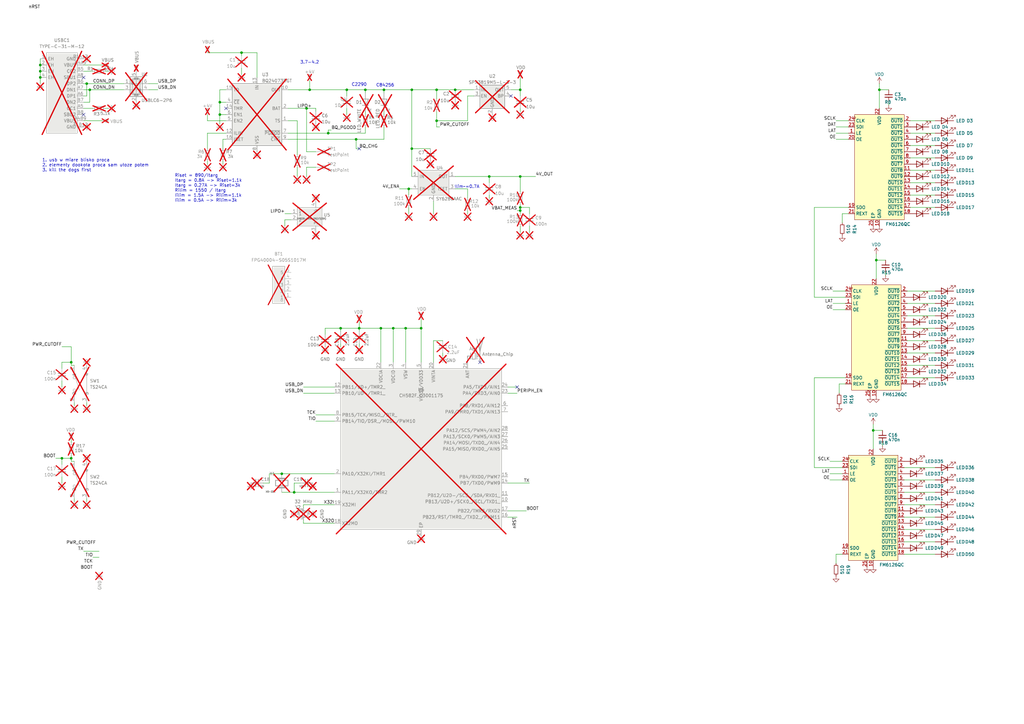
<source format=kicad_sch>
(kicad_sch (version 20250114) (generator "eeschema") (generator_version "9.0")
  (paper "A3")
  (text "C2290" (at 147.32 34.798 0) (effects (font (size 1.27 1.27))))
  (text "Ilim~=0.7A" (at 191.516 76.708 0) (effects (font (size 1.27 1.27))))
  (text "C84256" (at 157.988 35.052 0) (effects (font (size 1.27 1.27))))
  (text "3.7-4.2" (at 127 25.654 0) (effects (font (size 1.27 1.27))))
  (text "1. usb w miare blisko proca\n2. elementy dookoła proca sam ułoze potem\n3. kill the dogs first" (at 17.272 67.818 0) (effects (font (size 1.27 1.27)) (justify left)))
  (text "Riset = 890/Itarg\nItarg = 0.8A -> Riset=1.1k\nItarg = 0.27A -> Riset=3k\nRilim = 1550 / Itarg\nIilim = 1.5A -> Rilim=1.1k\nIilim = 0.5A -> Rilim=3k" (at 71.628 83.058 0) (effects (font (size 1.27 1.27)) (justify left bottom)))
  (junction (at 179.07 49.53))
  (junction (at 146.05 57.15))
  (junction (at 167.64 77.47))
  (junction (at 172.72 134.62))
  (junction (at 99.06 21.59))
  (junction (at 29.21 148.59))
  (junction (at 147.32 134.62))
  (junction (at 358.14 176.53))
  (junction (at 35.56 34.29))
  (junction (at 179.07 36.83))
  (junction (at 16.51 29.21))
  (junction (at 134.62 54.61))
  (junction (at 29.21 187.96))
  (junction (at 16.51 31.75))
  (junction (at 16.51 26.67))
  (junction (at 213.36 85.09))
  (junction (at 213.36 72.39))
  (junction (at 166.37 134.62))
  (junction (at 142.24 36.83))
  (junction (at 213.36 86.36))
  (junction (at 25.4 187.96))
  (junction (at 127 36.83))
  (junction (at 90.17 46.99))
  (junction (at 149.86 36.83))
  (junction (at 200.66 72.39))
  (junction (at 125.73 44.45))
  (junction (at 139.7 134.62))
  (junction (at 115.57 194.31))
  (junction (at 90.17 41.91))
  (junction (at 168.91 36.83))
  (junction (at 360.68 36.83))
  (junction (at 157.48 36.83))
  (junction (at 156.21 134.62))
  (junction (at 213.36 36.83))
  (junction (at 161.29 134.62))
  (junction (at 359.41 106.68))
  (junction (at 36.83 36.83))
  (junction (at 186.69 36.83))
  (junction (at 120.65 201.93))
  (junction (at 168.91 60.96))
  (no_connect (at 196.85 148.59))
  (no_connect (at 147.32 60.96))
  (no_connect (at 34.29 31.75))
  (no_connect (at 34.29 46.99))
  (no_connect (at 92.71 44.45))
  (no_connect (at 209.55 39.37))
  (no_connect (at 212.09 158.75))
  (wire (pts (xy 370.84 201.93) (xy 383.54 201.93)))
  (wire (pts (xy 147.32 134.62) (xy 139.7 134.62)))
  (wire (pts (xy 161.29 134.62) (xy 156.21 134.62)))
  (wire (pts (xy 194.31 39.37) (xy 191.77 39.37)))
  (wire (pts (xy 191.77 86.36) (xy 191.77 87.63)))
  (wire (pts (xy 118.11 54.61) (xy 134.62 54.61)))
  (wire (pts (xy 179.07 45.72) (xy 179.07 49.53)))
  (wire (pts (xy 125.73 68.58) (xy 125.73 72.39)))
  (wire (pts (xy 92.71 57.15) (xy 91.44 57.15)))
  (wire (pts (xy 30.48 189.23) (xy 29.21 189.23)))
  (wire (pts (xy 179.07 49.53) (xy 191.77 49.53)))
  (wire (pts (xy 91.44 66.04) (xy 91.44 67.31)))
  (wire (pts (xy 186.69 36.83) (xy 194.31 36.83)))
  (wire (pts (xy 161.29 134.62) (xy 161.29 148.59)))
  (wire (pts (xy 135.89 53.34) (xy 134.62 53.34)))
  (wire (pts (xy 110.49 194.31) (xy 115.57 194.31)))
  (wire (pts (xy 64.77 36.83) (xy 60.96 36.83)))
  (wire (pts (xy 340.36 189.23) (xy 345.44 189.23)))
  (wire (pts (xy 344.17 157.48) (xy 344.17 161.29)))
  (wire (pts (xy 360.68 36.83) (xy 364.49 36.83)))
  (wire (pts (xy 99.06 21.59) (xy 105.41 21.59)))
  (wire (pts (xy 383.54 49.53) (xy 373.38 49.53)))
  (wire (pts (xy 383.54 69.85) (xy 373.38 69.85)))
  (wire (pts (xy 212.09 158.75) (xy 208.28 158.75)))
  (wire (pts (xy 180.34 52.07) (xy 179.07 52.07)))
  (wire (pts (xy 342.9 49.53) (xy 347.98 49.53)))
  (wire (pts (xy 213.36 85.09) (xy 213.36 86.36)))
  (wire (pts (xy 359.41 106.68) (xy 363.22 106.68)))
  (wire (pts (xy 127 36.83) (xy 142.24 36.83)))
  (wire (pts (xy 383.54 85.09) (xy 373.38 85.09)))
  (wire (pts (xy 217.17 87.63) (xy 217.17 85.09)))
  (wire (pts (xy 334.01 191.77) (xy 345.44 191.77)))
  (wire (pts (xy 133.35 134.62) (xy 139.7 134.62)))
  (wire (pts (xy 142.24 39.37) (xy 142.24 36.83)))
  (wire (pts (xy 157.48 36.83) (xy 157.48 38.1)))
  (wire (pts (xy 200.66 80.01) (xy 200.66 81.28)))
  (wire (pts (xy 334.01 154.94) (xy 334.01 191.77)))
  (wire (pts (xy 110.49 198.12) (xy 110.49 194.31)))
  (wire (pts (xy 118.11 57.15) (xy 146.05 57.15)))
  (wire (pts (xy 186.69 77.47) (xy 191.77 77.47)))
  (wire (pts (xy 166.37 134.62) (xy 161.29 134.62)))
  (wire (pts (xy 340.36 194.31) (xy 345.44 194.31)))
  (wire (pts (xy 213.36 86.36) (xy 213.36 87.63)))
  (wire (pts (xy 127 33.02) (xy 127 36.83)))
  (wire (pts (xy 383.54 64.77) (xy 373.38 64.77)))
  (wire (pts (xy 383.54 59.69) (xy 373.38 59.69)))
  (wire (pts (xy 105.41 21.59) (xy 105.41 31.75)))
  (wire (pts (xy 157.48 46.99) (xy 157.48 45.72)))
  (wire (pts (xy 213.36 36.83) (xy 213.36 31.75)))
  (wire (pts (xy 147.32 134.62) (xy 147.32 135.89)))
  (wire (pts (xy 346.71 157.48) (xy 344.17 157.48)))
  (wire (pts (xy 200.66 72.39) (xy 213.36 72.39)))
  (wire (pts (xy 217.17 198.12) (xy 208.28 198.12)))
  (wire (pts (xy 383.54 119.38) (xy 372.11 119.38)))
  (wire (pts (xy 147.32 132.08) (xy 147.32 134.62)))
  (wire (pts (xy 342.9 57.15) (xy 347.98 57.15)))
  (wire (pts (xy 213.36 92.71) (xy 213.36 95.25)))
  (wire (pts (xy 166.37 134.62) (xy 166.37 148.59)))
  (wire (pts (xy 34.29 226.06) (xy 40.64 226.06)))
  (wire (pts (xy 134.62 54.61) (xy 149.86 54.61)))
  (wire (pts (xy 372.11 134.62) (xy 383.54 134.62)))
  (wire (pts (xy 213.36 83.82) (xy 213.36 85.09)))
  (wire (pts (xy 364.49 41.91) (xy 364.49 43.18)))
  (wire (pts (xy 29.21 186.69) (xy 29.21 187.96)))
  (wire (pts (xy 99.06 21.59) (xy 85.09 21.59)))
  (wire (pts (xy 334.01 121.92) (xy 346.71 121.92)))
  (wire (pts (xy 370.84 212.09) (xy 383.54 212.09)))
  (wire (pts (xy 346.71 154.94) (xy 334.01 154.94)))
  (wire (pts (xy 30.48 165.1) (xy 30.48 166.37)))
  (wire (pts (xy 121.92 49.53) (xy 121.92 63.5)))
  (wire (pts (xy 44.45 29.21) (xy 43.18 29.21)))
  (wire (pts (xy 30.48 204.47) (xy 30.48 205.74)))
  (wire (pts (xy 35.56 165.1) (xy 35.56 166.37)))
  (wire (pts (xy 29.21 142.24) (xy 29.21 148.59)))
  (wire (pts (xy 149.86 52.07) (xy 149.86 54.61)))
  (wire (pts (xy 340.36 196.85) (xy 345.44 196.85)))
  (wire (pts (xy 383.54 54.61) (xy 373.38 54.61)))
  (wire (pts (xy 92.71 41.91) (xy 90.17 41.91)))
  (wire (pts (xy 370.84 227.33) (xy 383.54 227.33)))
  (wire (pts (xy 44.45 44.45) (xy 43.18 44.45)))
  (wire (pts (xy 129.54 62.23) (xy 125.73 62.23)))
  (wire (pts (xy 177.8 139.7) (xy 177.8 148.59)))
  (wire (pts (xy 29.21 180.34) (xy 29.21 181.61)))
  (wire (pts (xy 341.63 124.46) (xy 346.71 124.46)))
  (wire (pts (xy 124.46 158.75) (xy 137.16 158.75)))
  (wire (pts (xy 341.63 119.38) (xy 346.71 119.38)))
  (wire (pts (xy 342.9 227.33) (xy 342.9 231.14)))
  (wire (pts (xy 147.32 60.96) (xy 146.05 60.96)))
  (wire (pts (xy 370.84 217.17) (xy 383.54 217.17)))
  (wire (pts (xy 85.09 54.61) (xy 85.09 60.96)))
  (wire (pts (xy 92.71 36.83) (xy 90.17 36.83)))
  (wire (pts (xy 149.86 46.99) (xy 149.86 45.72)))
  (wire (pts (xy 157.48 36.83) (xy 168.91 36.83)))
  (wire (pts (xy 137.16 170.18) (xy 129.54 170.18)))
  (wire (pts (xy 64.77 34.29) (xy 60.96 34.29)))
  (wire (pts (xy 120.65 201.93) (xy 137.16 201.93)))
  (wire (pts (xy 90.17 36.83) (xy 90.17 41.91)))
  (wire (pts (xy 191.77 77.47) (xy 191.77 81.28)))
  (wire (pts (xy 116.84 90.17) (xy 119.38 90.17)))
  (wire (pts (xy 115.57 194.31) (xy 137.16 194.31)))
  (wire (pts (xy 134.62 53.34) (xy 134.62 54.61)))
  (wire (pts (xy 16.51 29.21) (xy 16.51 31.75)))
  (wire (pts (xy 360.68 36.83) (xy 360.68 44.45)))
  (wire (pts (xy 36.83 36.83) (xy 50.8 36.83)))
  (wire (pts (xy 34.29 36.83) (xy 36.83 36.83)))
  (wire (pts (xy 34.29 49.53) (xy 41.91 49.53)))
  (wire (pts (xy 177.8 82.55) (xy 177.8 87.63)))
  (wire (pts (xy 179.07 36.83) (xy 179.07 40.64)))
  (wire (pts (xy 91.44 57.15) (xy 91.44 60.96)))
  (wire (pts (xy 168.91 36.83) (xy 179.07 36.83)))
  (wire (pts (xy 370.84 222.25) (xy 383.54 222.25)))
  (wire (pts (xy 157.48 52.07) (xy 157.48 57.15)))
  (wire (pts (xy 147.32 140.97) (xy 147.32 142.24)))
  (wire (pts (xy 124.46 207.01) (xy 137.16 207.01)))
  (wire (pts (xy 342.9 54.61) (xy 347.98 54.61)))
  (wire (pts (xy 99.06 30.48) (xy 99.06 27.94)))
  (wire (pts (xy 25.4 187.96) (xy 25.4 190.5)))
  (wire (pts (xy 172.72 130.81) (xy 172.72 134.62)))
  (wire (pts (xy 29.21 189.23) (xy 29.21 187.96)))
  (wire (pts (xy 25.4 195.58) (xy 25.4 198.12)))
  (wire (pts (xy 172.72 134.62) (xy 172.72 148.59)))
  (wire (pts (xy 120.65 198.12) (xy 120.65 201.93)))
  (wire (pts (xy 370.84 191.77) (xy 383.54 191.77)))
  (wire (pts (xy 110.49 198.12) (xy 107.95 198.12)))
  (wire (pts (xy 16.51 26.67) (xy 16.51 29.21)))
  (wire (pts (xy 360.68 34.29) (xy 360.68 36.83)))
  (wire (pts (xy 213.36 72.39) (xy 213.36 78.74)))
  (wire (pts (xy 99.06 22.86) (xy 99.06 21.59)))
  (wire (pts (xy 372.11 139.7) (xy 383.54 139.7)))
  (wire (pts (xy 137.16 172.72) (xy 129.54 172.72)))
  (wire (pts (xy 370.84 207.01) (xy 383.54 207.01)))
  (wire (pts (xy 359.41 106.68) (xy 359.41 114.3)))
  (wire (pts (xy 29.21 149.86) (xy 29.21 148.59)))
  (wire (pts (xy 217.17 92.71) (xy 217.17 95.25)))
  (wire (pts (xy 118.11 49.53) (xy 121.92 49.53)))
  (wire (pts (xy 36.83 41.91) (xy 34.29 41.91)))
  (wire (pts (xy 157.48 36.83) (xy 149.86 36.83)))
  (wire (pts (xy 163.83 77.47) (xy 167.64 77.47)))
  (wire (pts (xy 179.07 52.07) (xy 179.07 49.53)))
  (wire (pts (xy 212.09 212.09) (xy 208.28 212.09)))
  (wire (pts (xy 383.54 80.01) (xy 373.38 80.01)))
  (wire (pts (xy 147.32 134.62) (xy 156.21 134.62)))
  (wire (pts (xy 36.83 36.83) (xy 36.83 41.91)))
  (wire (pts (xy 120.65 198.12) (xy 123.19 198.12)))
  (wire (pts (xy 115.57 201.93) (xy 120.65 201.93)))
  (wire (pts (xy 34.29 29.21) (xy 38.1 29.21)))
  (wire (pts (xy 142.24 46.99) (xy 142.24 44.45)))
  (wire (pts (xy 92.71 49.53) (xy 85.09 49.53)))
  (wire (pts (xy 121.92 68.58) (xy 121.92 72.39)))
  (wire (pts (xy 191.77 49.53) (xy 191.77 39.37)))
  (wire (pts (xy 215.9 209.55) (xy 208.28 209.55)))
  (wire (pts (xy 35.56 34.29) (xy 35.56 39.37)))
  (wire (pts (xy 35.56 204.47) (xy 35.56 205.74)))
  (wire (pts (xy 219.71 72.39) (xy 213.36 72.39)))
  (wire (pts (xy 129.54 68.58) (xy 125.73 68.58)))
  (wire (pts (xy 92.71 54.61) (xy 85.09 54.61)))
  (wire (pts (xy 149.86 36.83) (xy 149.86 38.1)))
  (wire (pts (xy 167.64 85.09) (xy 167.64 87.63)))
  (wire (pts (xy 38.1 228.6) (xy 40.64 228.6)))
  (wire (pts (xy 118.11 44.45) (xy 125.73 44.45)))
  (wire (pts (xy 34.29 39.37) (xy 35.56 39.37)))
  (wire (pts (xy 213.36 36.83) (xy 213.36 39.37)))
  (wire (pts (xy 25.4 148.59) (xy 25.4 151.13)))
  (wire (pts (xy 34.29 26.67) (xy 41.91 26.67)))
  (wire (pts (xy 167.64 77.47) (xy 168.91 77.47)))
  (wire (pts (xy 118.11 36.83) (xy 127 36.83)))
  (wire (pts (xy 347.98 85.09) (xy 334.01 85.09)))
  (wire (pts (xy 372.11 154.94) (xy 383.54 154.94)))
  (wire (pts (xy 116.84 92.71) (xy 116.84 90.17)))
  (wire (pts (xy 133.35 137.16) (xy 133.35 134.62)))
  (wire (pts (xy 142.24 36.83) (xy 149.86 36.83)))
  (wire (pts (xy 217.17 85.09) (xy 213.36 85.09)))
  (wire (pts (xy 166.37 134.62) (xy 172.72 134.62)))
  (wire (pts (xy 16.51 24.13) (xy 16.51 26.67)))
  (wire (pts (xy 146.05 57.15) (xy 157.48 57.15)))
  (wire (pts (xy 30.48 149.86) (xy 29.21 149.86)))
  (wire (pts (xy 213.36 44.45) (xy 213.36 45.72)))
  (wire (pts (xy 116.84 87.63) (xy 119.38 87.63)))
  (wire (pts (xy 34.29 44.45) (xy 38.1 44.45)))
  (wire (pts (xy 124.46 208.28) (xy 124.46 207.01)))
  (wire (pts (xy 139.7 134.62) (xy 139.7 135.89)))
  (wire (pts (xy 212.09 161.29) (xy 208.28 161.29)))
  (wire (pts (xy 25.4 156.21) (xy 25.4 158.75)))
  (wire (pts (xy 90.17 46.99) (xy 90.17 50.8)))
  (wire (pts (xy 92.71 46.99) (xy 90.17 46.99)))
  (wire (pts (xy 181.61 146.05) (xy 181.61 144.78)))
  (wire (pts (xy 124.46 161.29) (xy 137.16 161.29)))
  (wire (pts (xy 358.14 176.53) (xy 361.95 176.53)))
  (wire (pts (xy 358.14 173.99) (xy 358.14 176.53)))
  (wire (pts (xy 34.29 34.29) (xy 35.56 34.29)))
  (wire (pts (xy 383.54 74.93) (xy 373.38 74.93)))
  (wire (pts (xy 370.84 196.85) (xy 383.54 196.85)))
  (wire (pts (xy 168.91 36.83) (xy 168.91 60.96)))
  (wire (pts (xy 167.64 77.47) (xy 167.64 80.01)))
  (wire (pts (xy 125.73 44.45) (xy 125.73 62.23)))
  (wire (pts (xy 179.07 36.83) (xy 186.69 36.83)))
  (wire (pts (xy 181.61 139.7) (xy 177.8 139.7)))
  (wire (pts (xy 334.01 85.09) (xy 334.01 121.92)))
  (wire (pts (xy 25.4 142.24) (xy 29.21 142.24)))
  (wire (pts (xy 209.55 36.83) (xy 213.36 36.83)))
  (wire (pts (xy 200.66 72.39) (xy 200.66 74.93)))
  (wire (pts (xy 345.44 87.63) (xy 345.44 91.44)))
  (wire (pts (xy 168.91 72.39) (xy 168.91 60.96)))
  (wire (pts (xy 90.17 41.91) (xy 90.17 46.99)))
  (wire (pts (xy 345.44 227.33) (xy 342.9 227.33)))
  (wire (pts (xy 129.54 45.72) (xy 129.54 44.45)))
  (wire (pts (xy 137.16 214.63) (xy 124.46 214.63)))
  (wire (pts (xy 25.4 187.96) (xy 22.86 187.96)))
  (wire (pts (xy 29.21 148.59) (xy 25.4 148.59)))
  (wire (pts (xy 212.09 86.36) (xy 213.36 86.36)))
  (wire (pts (xy 156.21 134.62) (xy 156.21 148.59)))
  (wire (pts (xy 342.9 52.07) (xy 347.98 52.07)))
  (wire (pts (xy 146.05 57.15) (xy 146.05 60.96)))
  (wire (pts (xy 124.46 214.63) (xy 124.46 213.36)))
  (wire (pts (xy 139.7 140.97) (xy 139.7 142.24)))
  (wire (pts (xy 16.51 31.75) (xy 16.51 34.29)))
  (wire (pts (xy 359.41 104.14) (xy 359.41 106.68)))
  (wire (pts (xy 372.11 149.86) (xy 383.54 149.86)))
  (wire (pts (xy 372.11 144.78) (xy 383.54 144.78)))
  (wire (pts (xy 186.69 72.39) (xy 200.66 72.39)))
  (wire (pts (xy 347.98 87.63) (xy 345.44 87.63)))
  (wire (pts (xy 363.22 111.76) (xy 363.22 113.03)))
  (wire (pts (xy 358.14 176.53) (xy 358.14 184.15)))
  (wire (pts (xy 372.11 129.54) (xy 383.54 129.54)))
  (wire (pts (xy 85.09 49.53) (xy 85.09 46.99)))
  (wire (pts (xy 361.95 181.61) (xy 361.95 182.88)))
  (wire (pts (xy 35.56 34.29) (xy 50.8 34.29)))
  (wire (pts (xy 85.09 66.04) (xy 85.09 67.31)))
  (wire (pts (xy 129.54 44.45) (xy 125.73 44.45)))
  (wire (pts (xy 341.63 127) (xy 346.71 127)))
  (wire (pts (xy 29.21 187.96) (xy 25.4 187.96)))
  (wire (pts (xy 383.54 124.46) (xy 372.11 124.46)))
  (wire (pts (xy 168.91 60.96) (xy 176.53 60.96)))
  (label "BQ_CHG" (at 147.32 60.96 0))
  (label "VBAT_MEAS" (at 212.09 86.36 180))
  (label "LAT" (at 342.9 54.61 180))
  (label "X32O" (at 137.16 214.63 180))
  (label "SCLK" (at 340.36 189.23 180))
  (label "USB_DN" (at 124.46 161.29 180))
  (label "4V_ENA" (at 163.83 77.47 180))
  (label "BOOT" (at 215.9 209.55 0))
  (label "CONN_DN" (at 38.1 36.83 0))
  (label "PWR_CUTOFF" (at 39.37 223.52 180))
  (label "OE" (at 340.36 196.85 180))
  (label "nRST" (at 212.09 212.09 270))
  (label "BQ_PGOOD" (at 135.89 53.34 0))
  (label "PWR_CUTOFF" (at 25.4 142.24 180))
  (label "X32I" (at 137.16 207.01 180))
  (label "SCLK" (at 341.63 119.38 180))
  (label "TCK" (at 38.1 231.14 180))
  (label "PERIPH_EN" (at 212.09 161.29 0))
  (label "TX" (at 217.17 198.12 180))
  (label "LAT" (at 340.36 194.31 180))
  (label "CONN_DP" (at 38.1 34.29 0))
  (label "4V_OUT" (at 219.71 72.39 0))
  (label "USB_DP" (at 64.77 34.29 0))
  (label "OE" (at 342.9 57.15 180))
  (label "USB_DN" (at 64.77 36.83 0))
  (label "LIPO+" (at 121.8655 44.45 0))
  (label "BOOT" (at 38.1 233.68 180))
  (label "LIPO+" (at 116.84 87.63 180))
  (label "DAT" (at 342.9 52.07 180))
  (label "PWR_CUTOFF" (at 180.34 52.07 0))
  (label "TCK" (at 129.54 170.18 180))
  (label "OE" (at 341.63 127 180))
  (label "TIO" (at 38.1 228.6 180))
  (label "LAT" (at 341.63 124.46 180))
  (label "TIO" (at 129.54 172.72 180))
  (label "nRST" (at 16.51 3.81 180))
  (label "USB_DP" (at 124.46 158.75 180))
  (label "TX" (at 34.29 226.06 180))
  (label "SCLK" (at 342.9 49.53 180))
  (label "BOOT" (at 22.86 187.96 180))
  (symbol (lib_name "LED_1") (lib_id "Device:LED") (at 374.65 189.23 180) (unit 1)
    (property "Reference" "D35" (at 385.064 189.23 0))
    (property "Value" "LED" (at 381.254 189.23 0))
    (property "Footprint" "LED_SMD:LED_0402_1005Metric" (effects (hide yes)))
    (property "Description" "Light emitting diode" (effects (hide yes)))
    (property "Sim.Pins" "1=K 2=A" (effects (hide yes)))
  )
  (symbol (lib_id "power:GND") (at 34.29 24.13 90) (unit 1) (exclude_from_sim yes) (in_bom no) (on_board no) (dnp yes)
    (property "Reference" "#PWR02" (effects (hide yes)))
    (property "Value" "GND" (effects (hide yes)))
  )
  (symbol (lib_name "LED_1") (lib_id "Device:LED") (at 387.35 64.77 180) (unit 1)
    (property "Reference" "D9" (at 397.764 64.77 0))
    (property "Value" "LED" (at 393.954 64.77 0))
    (property "Footprint" "LED_SMD:LED_0402_1005Metric" (effects (hide yes)))
    (property "Description" "Light emitting diode" (effects (hide yes)))
    (property "Sim.Pins" "1=K 2=A" (effects (hide yes)))
  )
  (symbol (lib_id "Power_Protection:USBLC6-2P6") (at 55.88 34.29 0) (unit 1) (exclude_from_sim yes) (in_bom no) (on_board no) (dnp yes)
    (property "Reference" "U1" (at 57.912 30.48 0) (effects (justify left)))
    (property "Value" "USBLC6-2P6" (at 57.912 41.148 0) (effects (justify left)))
    (property "Footprint" "Package_TO_SOT_SMD:SOT-666" (effects (hide yes)))
    (property "Datasheet" "https://www.st.com/resource/en/datasheet/usblc6-2.pdf" (effects (hide yes)))
    (property "Description" "Very low capacitance ESD protection diode, 2 data-line, SOT-666" (effects (hide yes)))
    (property "LCSC" "C2827693" (effects (hide yes)))
  )
  (symbol (lib_name "LED_1") (lib_id "Device:LED") (at 387.35 80.01 180) (unit 1)
    (property "Reference" "D15" (at 397.764 80.01 0))
    (property "Value" "LED" (at 393.954 80.01 0))
    (property "Footprint" "LED_SMD:LED_0402_1005Metric" (effects (hide yes)))
    (property "Description" "Light emitting diode" (effects (hide yes)))
    (property "Sim.Pins" "1=K 2=A" (effects (hide yes)))
  )
  (symbol (lib_name "LED_1") (lib_id "Device:LED") (at 387.35 129.54 180) (unit 1)
    (property "Reference" "D23" (at 397.764 129.54 0))
    (property "Value" "LED" (at 393.954 129.54 0))
    (property "Footprint" "LED_SMD:LED_0402_1005Metric" (effects (hide yes)))
    (property "Description" "Light emitting diode" (effects (hide yes)))
    (property "Sim.Pins" "1=K 2=A" (effects (hide yes)))
  )
  (symbol (lib_name "LED_1") (lib_id "Device:LED") (at 375.92 157.48 180) (unit 1)
    (property "Reference" "D34" (at 386.334 157.48 0))
    (property "Value" "LED" (at 382.524 157.48 0))
    (property "Footprint" "LED_SMD:LED_0402_1005Metric" (effects (hide yes)))
    (property "Description" "Light emitting diode" (effects (hide yes)))
    (property "Sim.Pins" "1=K 2=A" (effects (hide yes)))
  )
  (symbol (lib_name "LED_1") (lib_id "Device:LED") (at 375.92 152.4 180) (unit 1)
    (property "Reference" "D32" (at 386.334 152.4 0))
    (property "Value" "LED" (at 382.524 152.4 0))
    (property "Footprint" "LED_SMD:LED_0402_1005Metric" (effects (hide yes)))
    (property "Description" "Light emitting diode" (effects (hide yes)))
    (property "Sim.Pins" "1=K 2=A" (effects (hide yes)))
  )
  (symbol (lib_id "Device:C_Small") (at 99.06 25.4 0) (mirror y) (unit 1) (exclude_from_sim yes) (in_bom no) (on_board no) (dnp yes)
    (property "Reference" "C1" (at 96.7359 24.5716 0) (effects (justify left)))
    (property "Value" "10u" (at 96.7359 27.1085 0) (effects (justify left)))
    (property "Footprint" "Capacitor_SMD:C_0603_1608Metric" (effects (hide yes)))
    (property "LCSC" "C96446" (effects (hide yes)))
  )
  (symbol (lib_name "LED_1") (lib_id "Device:LED") (at 374.65 214.63 180) (unit 1)
    (property "Reference" "D45" (at 385.064 214.63 0))
    (property "Value" "LED" (at 381.254 214.63 0))
    (property "Footprint" "LED_SMD:LED_0402_1005Metric" (effects (hide yes)))
    (property "Description" "Light emitting diode" (effects (hide yes)))
    (property "Sim.Pins" "1=K 2=A" (effects (hide yes)))
  )
  (symbol (lib_id "power:GND") (at 358.14 232.41 0) (unit 1)
    (property "Reference" "#PWR070" (effects (hide yes)))
    (property "Value" "GND" (effects (hide yes)))
  )
  (symbol (lib_name "LED_1") (lib_id "Device:LED") (at 387.35 212.09 180) (unit 1)
    (property "Reference" "D44" (at 397.764 212.09 0))
    (property "Value" "LED" (at 393.954 212.09 0))
    (property "Footprint" "LED_SMD:LED_0402_1005Metric" (effects (hide yes)))
    (property "Description" "Light emitting diode" (effects (hide yes)))
    (property "Sim.Pins" "1=K 2=A" (effects (hide yes)))
  )
  (symbol (lib_id "Project_Symbols:FM6126QC") (at 359.41 133.35 0) (unit 1)
    (property "Reference" "R15" (at 361.5533 111.76 0) (effects (justify left)))
    (property "Value" "FM6126QC" (at 361.95 161.798 0) (effects (justify left)))
    (property "Footprint" "easyeda2kicad:TQFN-24_L4.0-W4.0-P0.50-BL-EP2.6" (effects (hide yes)))
    (property "LCSC Part" "C2844290" (effects (hide yes)))
  )
  (symbol (lib_name "LED_1") (lib_id "Device:LED") (at 377.19 87.63 180) (unit 1)
    (property "Reference" "D18" (at 387.604 87.63 0))
    (property "Value" "LED" (at 383.794 87.63 0))
    (property "Footprint" "LED_SMD:LED_0402_1005Metric" (effects (hide yes)))
    (property "Description" "Light emitting diode" (effects (hide yes)))
    (property "Sim.Pins" "1=K 2=A" (effects (hide yes)))
  )
  (symbol (lib_id "power:GND") (at 133.35 142.24 0) (mirror y) (unit 1) (exclude_from_sim yes) (in_bom no) (on_board no) (dnp yes)
    (property "Reference" "#PWR045" (effects (hide yes)))
    (property "Value" "GND" (at 133.35 147.32 0))
    (property "Description" "Power symbol creates a global label with name \"GND\" , ground" (effects (hide yes)))
  )
  (symbol (lib_id "power:VBUS") (at 41.91 49.53 270) (unit 1) (exclude_from_sim yes) (in_bom no) (on_board no) (dnp yes)
    (property "Reference" "#PWR019" (effects (hide yes)))
    (property "Value" "VBUS" (at 47.752 49.784 90))
  )
  (symbol (lib_id "power:GND") (at 35.56 205.74 0) (mirror y) (unit 1) (exclude_from_sim yes) (in_bom no) (on_board no) (dnp yes)
    (property "Reference" "#PWR064" (effects (hide yes)))
    (property "Value" "GND" (effects (hide yes)))
  )
  (symbol (lib_name "LED_1") (lib_id "Device:LED") (at 387.35 54.61 180) (unit 1)
    (property "Reference" "D5" (at 397.764 54.61 0))
    (property "Value" "LED" (at 393.954 54.61 0))
    (property "Footprint" "LED_SMD:LED_0402_1005Metric" (effects (hide yes)))
    (property "Description" "Light emitting diode" (effects (hide yes)))
    (property "Sim.Pins" "1=K 2=A" (effects (hide yes)))
  )
  (symbol (lib_id "power:GND") (at 25.4 198.12 0) (mirror y) (unit 1) (exclude_from_sim yes) (in_bom no) (on_board no) (dnp yes)
    (property "Reference" "#PWR060" (effects (hide yes)))
    (property "Value" "GND" (effects (hide yes)))
  )
  (symbol (lib_name "LED_1") (lib_id "Device:LED") (at 387.35 124.46 180) (unit 1)
    (property "Reference" "D21" (at 397.764 124.46 0))
    (property "Value" "LED" (at 393.954 124.46 0))
    (property "Footprint" "LED_SMD:LED_0402_1005Metric" (effects (hide yes)))
    (property "Description" "Light emitting diode" (effects (hide yes)))
    (property "Sim.Pins" "1=K 2=A" (effects (hide yes)))
  )
  (symbol (lib_name "LED_1") (lib_id "Device:LED") (at 387.35 222.25 180) (unit 1)
    (property "Reference" "D48" (at 397.764 222.25 0))
    (property "Value" "LED" (at 393.954 222.25 0))
    (property "Footprint" "LED_SMD:LED_0402_1005Metric" (effects (hide yes)))
    (property "Description" "Light emitting diode" (effects (hide yes)))
    (property "Sim.Pins" "1=K 2=A" (effects (hide yes)))
  )
  (symbol (lib_id "power:GND") (at 121.92 210.82 270) (unit 1) (exclude_from_sim yes) (in_bom no) (on_board no) (dnp yes)
    (property "Reference" "#PWR065" (effects (hide yes)))
    (property "Value" "GND" (at 116.84 210.82 0))
    (property "Description" "Power symbol creates a global label with name \"GND\" , ground" (effects (hide yes)))
  )
  (symbol (lib_id "Device:C_Small") (at 363.22 109.22 0) (unit 1)
    (property "Reference" "C10" (at 365.5441 108.5826 0) (effects (justify left)))
    (property "Value" "470n" (at 365.5441 110.5036 0) (effects (justify left)))
    (property "Footprint" "Capacitor_SMD:C_1206_3216Metric" (effects (hide yes)))
    (property "LCSC" "C52923" (effects (hide yes)))
  )
  (symbol (lib_id "power:GND") (at 25.4 158.75 0) (mirror y) (unit 1) (exclude_from_sim yes) (in_bom no) (on_board no) (dnp yes)
    (property "Reference" "#PWR050" (effects (hide yes)))
    (property "Value" "GND" (effects (hide yes)))
  )
  (symbol (lib_name "LED_1") (lib_id "Device:LED") (at 375.92 132.08 180) (unit 1)
    (property "Reference" "D24" (at 386.334 132.08 0))
    (property "Value" "LED" (at 382.524 132.08 0))
    (property "Footprint" "LED_SMD:LED_0402_1005Metric" (effects (hide yes)))
    (property "Description" "Light emitting diode" (effects (hide yes)))
    (property "Sim.Pins" "1=K 2=A" (effects (hide yes)))
  )
  (symbol (lib_id "Device:R_Small") (at 40.64 44.45 90) (unit 1) (exclude_from_sim yes) (in_bom no) (on_board no) (dnp yes)
    (property "Reference" "R3" (at 39.624 46.736 90))
    (property "Value" "5.1k" (at 43.18 46.482 90))
    (property "Footprint" "Resistor_SMD:R_0402_1005Metric" (effects (hide yes)))
    (property "LCSC" "C25905" (effects (hide yes)))
  )
  (symbol (lib_id "Device:Crystal") (at 115.57 198.12 270) (unit 1) (exclude_from_sim yes) (in_bom no) (on_board no) (dnp yes)
    (property "Reference" "Y1" (at 111.76 194.31 90))
    (property "Value" "XO-32K" (at 110.998 201.676 90) (effects (font (size 0.65 0.65))))
    (property "Footprint" "Crystal:Crystal_SMD_2012-2Pin_2.0x1.2mm" (effects (hide yes)))
    (property "Description" "Two pin crystal" (effects (hide yes)))
    (property "LCSC" "C7500573" (effects (hide yes)))
  )
  (symbol (lib_id "Device:R_Small") (at 213.36 81.28 180) (unit 1) (exclude_from_sim yes) (in_bom no) (on_board no) (dnp yes)
    (property "Reference" "R10" (at 210.82 80.01 0))
    (property "Value" "100k" (at 210.185 81.915 0))
    (property "Footprint" "Resistor_SMD:R_0402_1005Metric" (effects (hide yes)))
    (property "LCSC" "C25741" (effects (hide yes)))
  )
  (symbol (lib_id "power:GND") (at 191.77 87.63 0) (mirror y) (unit 1) (exclude_from_sim yes) (in_bom no) (on_board no) (dnp yes)
    (property "Reference" "#PWR033" (effects (hide yes)))
    (property "Value" "GND" (effects (hide yes)))
  )
  (symbol (lib_id "easyeda2kicad:CH582F_C3001175") (at 172.72 184.15 0) (unit 1) (exclude_from_sim yes) (in_bom no) (on_board no) (dnp yes)
    (property "Reference" "U6" (at 172.72 159.8125 0))
    (property "Value" "CH582F_C3001175" (at 172.72 162.2368 0))
    (property "Footprint" "easyeda2kicad:QFN-28_L4.0-W4.0-P0.40-BL-EP2.8" (effects (hide yes)))
    (property "LCSC" "C3001175" (effects (hide yes)))
  )
  (symbol (lib_id "easyeda2kicad:SM02B-GHS-TB(LF)(SN)") (at 124.46 90.17 0) (unit 1) (exclude_from_sim yes) (in_bom no) (on_board no) (dnp yes)
    (property "Reference" "U5" (at 132.715 88.1865 0) (effects (justify left)))
    (property "Value" "SM02B-GHS-TB(LF)(SN)" (at 121.666 89.662 0) (effects (font (size 0.65 0.65)) (justify left)))
    (property "Footprint" "easyeda2kicad:CONN-SMD_SM02B-GHS-TB-LF-SN" (effects (hide yes)))
    (property "Datasheet" "https://lcsc.com/product-detail/Connectors_JST-Sales-America_SM02B-GHS-TB-LF-SN_JST-Sales-America-SM02B-GHS-TB-LF-SN_C189893.html" (effects (hide yes)))
    (property "LCSC" "C189893" (effects (hide yes)))
  )
  (symbol (lib_id "Device:R_Small") (at 85.09 63.5 180) (unit 1) (exclude_from_sim yes) (in_bom no) (on_board no) (dnp yes)
    (property "Reference" "R6" (at 82.55 62.23 0))
    (property "Value" "3k" (at 81.915 64.135 0))
    (property "Footprint" "Resistor_SMD:R_0402_1005Metric" (effects (hide yes)))
    (property "LCSC" "C25890" (effects (hide yes)))
  )
  (symbol (lib_name "LED_1") (lib_id "Device:LED") (at 387.35 217.17 180) (unit 1)
    (property "Reference" "D46" (at 397.764 217.17 0))
    (property "Value" "LED" (at 393.954 217.17 0))
    (property "Footprint" "LED_SMD:LED_0402_1005Metric" (effects (hide yes)))
    (property "Description" "Light emitting diode" (effects (hide yes)))
    (property "Sim.Pins" "1=K 2=A" (effects (hide yes)))
  )
  (symbol (lib_id "Device:R_Small") (at 345.44 93.98 0) (unit 1)
    (property "Reference" "R14" (at 350.52 93.98 90))
    (property "Value" "510" (at 347.98 93.98 90))
    (property "Footprint" "Resistor_SMD:R_1206_3216Metric" (effects (hide yes)))
    (property "LCSC" "C25123" (effects (hide yes)))
  )
  (symbol (lib_id "power:GND") (at 167.64 87.63 0) (mirror y) (unit 1) (exclude_from_sim yes) (in_bom no) (on_board no) (dnp yes)
    (property "Reference" "#PWR031" (effects (hide yes)))
    (property "Value" "GND" (effects (hide yes)))
  )
  (symbol (lib_id "Device:C_Small") (at 25.4 153.67 0) (mirror y) (unit 1) (exclude_from_sim yes) (in_bom no) (on_board no) (dnp yes)
    (property "Reference" "C15" (at 23.0759 152.8416 0) (effects (justify left)))
    (property "Value" "100n" (at 23.0759 155.3785 0) (effects (justify left)))
    (property "Footprint" "Capacitor_SMD:C_0402_1005Metric" (effects (hide yes)))
  )
  (symbol (lib_id "Device:C_Small") (at 147.32 138.43 0) (mirror y) (unit 1) (exclude_from_sim yes) (in_bom no) (on_board no) (dnp yes)
    (property "Reference" "C12" (at 145.796 142.24 90) (effects (justify left)))
    (property "Value" "2.2uF" (at 150.368 141.986 90) (effects (justify left)))
    (property "Footprint" "Capacitor_SMD:C_0402_1005Metric" (effects (hide yes)))
    (property "Description" "10v 2.2uF" (effects (hide yes)))
  )
  (symbol (lib_id "power:GND") (at 16.51 34.29 0) (unit 1) (exclude_from_sim yes) (in_bom no) (on_board no) (dnp yes)
    (property "Reference" "#PWR09" (effects (hide yes)))
    (property "Value" "GND" (effects (hide yes)))
  )
  (symbol (lib_id "Device:R_Small") (at 40.64 29.21 90) (mirror x) (unit 1) (exclude_from_sim yes) (in_bom no) (on_board no) (dnp yes)
    (property "Reference" "R1" (at 37.084 28.194 90))
    (property "Value" "5.1k" (at 44.704 28.194 90))
    (property "Footprint" "Resistor_SMD:R_0402_1005Metric" (effects (hide yes)))
    (property "LCSC" "C25905" (effects (hide yes)))
  )
  (symbol (lib_id "Device:Antenna_Chip") (at 194.31 146.05 0) (unit 1) (exclude_from_sim yes) (in_bom no) (on_board no) (dnp yes)
    (property "Reference" "AE1" (at 196.088 143.002 0) (effects (justify right)))
    (property "Value" "Antenna_Chip" (at 210.566 145.288 0) (effects (justify right)))
    (property "Footprint" "RF_Antenna:Johanson_2450AT18x100" (effects (hide yes)))
    (property "Description" "Ceramic chip antenna with pin for PCB trace" (effects (hide yes)))
    (property "LCSC" "C127629" (effects (hide yes)))
  )
  (symbol (lib_id "power:GND") (at 44.45 44.45 90) (mirror x) (unit 1) (exclude_from_sim yes) (in_bom no) (on_board no) (dnp yes)
    (property "Reference" "#PWR014" (effects (hide yes)))
    (property "Value" "GND" (effects (hide yes)))
  )
  (symbol (lib_id "Device:C_Small") (at 139.7 138.43 0) (mirror y) (unit 1) (exclude_from_sim yes) (in_bom no) (on_board no) (dnp yes)
    (property "Reference" "C11" (at 138.176 142.24 90) (effects (justify left)))
    (property "Value" "2.2uF" (at 142.494 141.986 90) (effects (justify left)))
    (property "Footprint" "Capacitor_SMD:C_0402_1005Metric" (effects (hide yes)))
    (property "Description" "10v 2.2uF" (effects (hide yes)))
  )
  (symbol (lib_id "power:GND") (at 359.41 162.56 0) (unit 1)
    (property "Reference" "#PWR052" (effects (hide yes)))
    (property "Value" "GND" (effects (hide yes)))
  )
  (symbol (lib_name "LED_1") (lib_id "Device:LED") (at 387.35 196.85 180) (unit 1)
    (property "Reference" "D38" (at 397.764 196.85 0))
    (property "Value" "LED" (at 393.954 196.85 0))
    (property "Footprint" "LED_SMD:LED_0402_1005Metric" (effects (hide yes)))
    (property "Description" "Light emitting diode" (effects (hide yes)))
    (property "Sim.Pins" "1=K 2=A" (effects (hide yes)))
  )
  (symbol (lib_id "Device:R_Small") (at 167.64 82.55 180) (unit 1) (exclude_from_sim yes) (in_bom no) (on_board no) (dnp yes)
    (property "Reference" "R11" (at 163.83 81.28 0))
    (property "Value" "100k" (at 163.83 83.566 0))
    (property "Footprint" "Resistor_SMD:R_0402_1005Metric" (effects (hide yes)))
    (property "LCSC" "C25741" (effects (hide yes)))
  )
  (symbol (lib_id "power:VDD") (at 359.41 104.14 0) (unit 1)
    (property "Reference" "#PWR041" (effects (hide yes)))
    (property "Value" "VDD" (at 359.41 100.33 0))
  )
  (symbol (lib_id "power:GND") (at 35.56 166.37 0) (mirror y) (unit 1) (exclude_from_sim yes) (in_bom no) (on_board no) (dnp yes)
    (property "Reference" "#PWR054" (effects (hide yes)))
    (property "Value" "GND" (effects (hide yes)))
  )
  (symbol (lib_id "power:GND") (at 213.36 45.72 0) (unit 1) (exclude_from_sim yes) (in_bom no) (on_board no) (dnp yes)
    (property "Reference" "#PWR015" (effects (hide yes)))
    (property "Value" "GND" (effects (hide yes)))
  )
  (symbol (lib_name "LED_1") (lib_id "Device:LED") (at 387.35 59.69 180) (unit 1)
    (property "Reference" "D7" (at 397.764 59.69 0))
    (property "Value" "LED" (at 393.954 59.69 0))
    (property "Footprint" "LED_SMD:LED_0402_1005Metric" (effects (hide yes)))
    (property "Description" "Light emitting diode" (effects (hide yes)))
    (property "Sim.Pins" "1=K 2=A" (effects (hide yes)))
  )
  (symbol (lib_id "Battery_Management:BQ24073RGT") (at 105.41 46.99 0) (unit 1) (exclude_from_sim yes) (in_bom no) (on_board no) (dnp yes)
    (property "Reference" "U3" (at 107.4294 30.5902 0) (effects (justify left)))
    (property "Value" "BQ24073RGT" (at 107.4294 33.1271 0) (effects (justify left)))
    (property "Footprint" "Package_DFN_QFN:VQFN-16-1EP_3x3mm_P0.5mm_EP1.6x1.6mm_ThermalVias" (effects (hide yes)))
    (property "Datasheet" "http://www.ti.com/lit/ds/symlink/bq24073.pdf" (effects (hide yes)))
    (property "LCSC" "C15220" (effects (hide yes)))
  )
  (symbol (lib_id "Device:C_Small") (at 361.95 179.07 0) (unit 1)
    (property "Reference" "C16" (at 364.2741 178.4326 0) (effects (justify left)))
    (property "Value" "470n" (at 364.2741 180.3536 0) (effects (justify left)))
    (property "Footprint" "Capacitor_SMD:C_1206_3216Metric" (effects (hide yes)))
    (property "LCSC" "C52923" (effects (hide yes)))
  )
  (symbol (lib_name "LED_1") (lib_id "Device:LED") (at 387.35 139.7 180) (unit 1)
    (property "Reference" "D27" (at 397.764 139.7 0))
    (property "Value" "LED" (at 393.954 139.7 0))
    (property "Footprint" "LED_SMD:LED_0402_1005Metric" (effects (hide yes)))
    (property "Description" "Light emitting diode" (effects (hide yes)))
    (property "Sim.Pins" "1=K 2=A" (effects (hide yes)))
  )
  (symbol (lib_id "Device:C_Small") (at 181.61 142.24 0) (mirror x) (unit 1) (exclude_from_sim yes) (in_bom no) (on_board no) (dnp yes)
    (property "Reference" "C14" (at 183.642 142.24 0) (effects (justify left)))
    (property "Value" "2.2uF" (at 183.134 144.526 0) (effects (justify left)))
    (property "Footprint" "Capacitor_SMD:C_0402_1005Metric" (effects (hide yes)))
    (property "Description" "10v 2.2uF" (effects (hide yes)))
  )
  (symbol (lib_id "power:GND") (at 121.92 72.39 0) (unit 1) (exclude_from_sim yes) (in_bom no) (on_board no) (dnp yes)
    (property "Reference" "#PWR027" (effects (hide yes)))
    (property "Value" "GND" (effects (hide yes)))
  )
  (symbol (lib_name "LED_1") (lib_id "Device:LED") (at 375.92 147.32 180) (unit 1)
    (property "Reference" "D30" (at 386.334 147.32 0))
    (property "Value" "LED" (at 382.524 147.32 0))
    (property "Footprint" "LED_SMD:LED_0402_1005Metric" (effects (hide yes)))
    (property "Description" "Light emitting diode" (effects (hide yes)))
    (property "Sim.Pins" "1=K 2=A" (effects (hide yes)))
  )
  (symbol (lib_id "power:GND") (at 44.45 29.21 90) (unit 1) (exclude_from_sim yes) (in_bom no) (on_board no) (dnp yes)
    (property "Reference" "#PWR04" (effects (hide yes)))
    (property "Value" "GND" (effects (hide yes)))
  )
  (symbol (lib_name "LED_1") (lib_id "Device:LED") (at 374.65 224.79 180) (unit 1)
    (property "Reference" "D49" (at 385.064 224.79 0))
    (property "Value" "LED" (at 381.254 224.79 0))
    (property "Footprint" "LED_SMD:LED_0402_1005Metric" (effects (hide yes)))
    (property "Description" "Light emitting diode" (effects (hide yes)))
    (property "Sim.Pins" "1=K 2=A" (effects (hide yes)))
  )
  (symbol (lib_name "LED_1") (lib_id "Device:LED") (at 374.65 204.47 180) (unit 1)
    (property "Reference" "D41" (at 385.064 204.47 0))
    (property "Value" "LED" (at 381.254 204.47 0))
    (property "Footprint" "LED_SMD:LED_0402_1005Metric" (effects (hide yes)))
    (property "Description" "Light emitting diode" (effects (hide yes)))
    (property "Sim.Pins" "1=K 2=A" (effects (hide yes)))
  )
  (symbol (lib_id "easyeda2kicad:SY6280AAC") (at 177.8 74.93 0) (unit 1) (exclude_from_sim yes) (in_bom no) (on_board no) (dnp yes)
    (property "Reference" "U4" (at 180.34 68.834 0))
    (property "Value" "SY6280AAC" (at 184.15 81.534 0))
    (property "Footprint" "easyeda2kicad:SOT-23-5_L3.0-W1.7-P0.95-LS2.8-BL" (effects (hide yes)))
    (property "Datasheet" "https://lcsc.com/product-detail/PMIC-Power-Distribution-Switches_Silergy_SY6280AAC_SY6280AAC_C55136.html" (effects (hide yes)))
    (property "LCSC" "C55136" (effects (hide yes)))
  )
  (symbol (lib_id "Device:C_Small") (at 142.24 41.91 0) (mirror y) (unit 1) (exclude_from_sim yes) (in_bom no) (on_board no) (dnp yes)
    (property "Reference" "C4" (at 142.24 40.64 0) (effects (justify left)))
    (property "Value" "10u" (at 140.97 43.18 0) (effects (justify left)))
    (property "Footprint" "Capacitor_SMD:C_0603_1608Metric" (effects (hide yes)))
    (property "LCSC" "C96446" (effects (hide yes)))
  )
  (symbol (lib_id "Device:R_Small") (at 121.92 66.04 0) (mirror x) (unit 1) (exclude_from_sim yes) (in_bom no) (on_board no) (dnp yes)
    (property "Reference" "R9" (at 124.46 64.77 0))
    (property "Value" "10k" (at 125.095 66.675 0))
    (property "Footprint" "Resistor_SMD:R_0402_1005Metric" (effects (hide yes)))
    (property "LCSC" "C25744" (effects (hide yes)))
  )
  (symbol (lib_id "power:VBUS") (at 85.09 21.59 0) (unit 1) (exclude_from_sim yes) (in_bom no) (on_board no) (dnp yes)
    (property "Reference" "#PWR01" (effects (hide yes)))
    (property "Value" "VBUS" (at 85.471 17.1958 0))
  )
  (symbol (lib_name "LED_1") (lib_id "Device:LED") (at 387.35 154.94 180) (unit 1)
    (property "Reference" "D33" (at 397.764 154.94 0))
    (property "Value" "LED" (at 393.954 154.94 0))
    (property "Footprint" "LED_SMD:LED_0402_1005Metric" (effects (hide yes)))
    (property "Description" "Light emitting diode" (effects (hide yes)))
    (property "Sim.Pins" "1=K 2=A" (effects (hide yes)))
  )
  (symbol (lib_id "Device:R_Small") (at 157.48 49.53 0) (mirror x) (unit 1) (exclude_from_sim yes) (in_bom no) (on_board no) (dnp yes)
    (property "Reference" "R5" (at 160.02 48.26 0))
    (property "Value" "10k" (at 160.655 50.165 0))
    (property "Footprint" "Resistor_SMD:R_0402_1005Metric" (effects (hide yes)))
    (property "LCSC" "C25744" (effects (hide yes)))
  )
  (symbol (lib_name "LED_1") (lib_id "Device:LED") (at 387.35 227.33 180) (unit 1)
    (property "Reference" "D50" (at 397.764 227.33 0))
    (property "Value" "LED" (at 393.954 227.33 0))
    (property "Footprint" "LED_SMD:LED_0402_1005Metric" (effects (hide yes)))
    (property "Description" "Light emitting diode" (effects (hide yes)))
    (property "Sim.Pins" "1=K 2=A" (effects (hide yes)))
  )
  (symbol (lib_id "power:VBUS") (at 41.91 26.67 270) (unit 1) (exclude_from_sim yes) (in_bom no) (on_board no) (dnp yes)
    (property "Reference" "#PWR03" (effects (hide yes)))
    (property "Value" "VBUS" (at 44.196 24.638 90))
  )
  (symbol (lib_id "power:GND") (at 147.32 142.24 0) (mirror y) (unit 1) (exclude_from_sim yes) (in_bom no) (on_board no) (dnp yes)
    (property "Reference" "#PWR047" (effects (hide yes)))
    (property "Value" "GND" (at 147.32 147.32 0))
    (property "Description" "Power symbol creates a global label with name \"GND\" , ground" (effects (hide yes)))
  )
  (symbol (lib_id "power:VDD") (at 213.36 31.75 0) (unit 1) (exclude_from_sim yes) (in_bom no) (on_board no) (dnp yes)
    (property "Reference" "#PWR07" (effects (hide yes)))
    (property "Value" "VDD" (at 213.614 27.686 0))
    (property "Description" "Power symbol creates a global label with name \"VDD\"" (effects (hide yes)))
  )
  (symbol (lib_name "LED_1") (lib_id "Device:LED") (at 374.65 194.31 180) (unit 1)
    (property "Reference" "D37" (at 385.064 194.31 0))
    (property "Value" "LED" (at 381.254 194.31 0))
    (property "Footprint" "LED_SMD:LED_0402_1005Metric" (effects (hide yes)))
    (property "Description" "Light emitting diode" (effects (hide yes)))
    (property "Sim.Pins" "1=K 2=A" (effects (hide yes)))
  )
  (symbol (lib_id "Device:LED") (at 149.86 41.91 90) (unit 1) (exclude_from_sim yes) (in_bom no) (on_board no) (dnp yes)
    (property "Reference" "D1" (at 148.59 41.91 90) (effects (justify left)))
    (property "Value" "LED_WHITE" (at 147.32 44.45 0) (effects (justify right)))
    (property "Footprint" "LED_SMD:LED_0603_1608Metric" (effects (hide yes)))
    (property "LCSC" "C2290" (effects (hide yes)))
  )
  (symbol (lib_id "power:GND") (at 201.93 46.99 0) (unit 1) (exclude_from_sim yes) (in_bom no) (on_board no) (dnp yes)
    (property "Reference" "#PWR018" (effects (hide yes)))
    (property "Value" "GND" (effects (hide yes)))
  )
  (symbol (lib_id "power:GND") (at 128.27 198.12 0) (unit 1) (exclude_from_sim yes) (in_bom no) (on_board no) (dnp yes)
    (property "Reference" "#PWR062" (effects (hide yes)))
    (property "Value" "GND" (effects (hide yes)))
  )
  (symbol (lib_id "power:GND") (at 30.48 166.37 0) (mirror y) (unit 1) (exclude_from_sim yes) (in_bom no) (on_board no) (dnp yes)
    (property "Reference" "#PWR053" (effects (hide yes)))
    (property "Value" "GND" (effects (hide yes)))
  )
  (symbol (lib_name "LED_1") (lib_id "Device:LED") (at 377.19 82.55 180) (unit 1)
    (property "Reference" "D16" (at 387.604 82.55 0))
    (property "Value" "LED" (at 383.794 82.55 0))
    (property "Footprint" "LED_SMD:LED_0402_1005Metric" (effects (hide yes)))
    (property "Description" "Light emitting diode" (effects (hide yes)))
    (property "Sim.Pins" "1=K 2=A" (effects (hide yes)))
  )
  (symbol (lib_name "LED_1") (lib_id "Device:LED") (at 387.35 134.62 180) (unit 1)
    (property "Reference" "D25" (at 397.764 134.62 0))
    (property "Value" "LED" (at 393.954 134.62 0))
    (property "Footprint" "LED_SMD:LED_0402_1005Metric" (effects (hide yes)))
    (property "Description" "Light emitting diode" (effects (hide yes)))
    (property "Sim.Pins" "1=K 2=A" (effects (hide yes)))
  )
  (symbol (lib_name "LED_1") (lib_id "Device:LED") (at 387.35 69.85 180) (unit 1)
    (property "Reference" "D11" (at 397.764 69.85 0))
    (property "Value" "LED" (at 393.954 69.85 0))
    (property "Footprint" "LED_SMD:LED_0402_1005Metric" (effects (hide yes)))
    (property "Description" "Light emitting diode" (effects (hide yes)))
    (property "Sim.Pins" "1=K 2=A" (effects (hide yes)))
  )
  (symbol (lib_id "power:GND") (at 364.49 43.18 0) (unit 1)
    (property "Reference" "#PWR013" (effects (hide yes)))
    (property "Value" "GND" (effects (hide yes)))
  )
  (symbol (lib_id "Device:C_Small") (at 125.73 198.12 90) (mirror x) (unit 1) (exclude_from_sim yes) (in_bom no) (on_board no) (dnp yes)
    (property "Reference" "C19" (at 124.206 196.596 90) (effects (justify left)))
    (property "Value" "12p" (at 124.714 199.39 90) (effects (font (size 0.65 0.65)) (justify left)))
    (property "Footprint" "Capacitor_SMD:C_0402_1005Metric" (effects (hide yes)))
  )
  (symbol (lib_name "LED_1") (lib_id "Device:LED") (at 387.35 149.86 180) (unit 1)
    (property "Reference" "D31" (at 397.764 149.86 0))
    (property "Value" "LED" (at 393.954 149.86 0))
    (property "Footprint" "LED_SMD:LED_0402_1005Metric" (effects (hide yes)))
    (property "Description" "Light emitting diode" (effects (hide yes)))
    (property "Sim.Pins" "1=K 2=A" (effects (hide yes)))
  )
  (symbol (lib_id "power:GND") (at 360.68 92.71 0) (unit 1)
    (property "Reference" "#PWR036" (effects (hide yes)))
    (property "Value" "GND" (effects (hide yes)))
  )
  (symbol (lib_id "power:GND") (at 139.7 142.24 0) (mirror y) (unit 1) (exclude_from_sim yes) (in_bom no) (on_board no) (dnp yes)
    (property "Reference" "#PWR046" (effects (hide yes)))
    (property "Value" "GND" (at 139.7 147.32 0))
    (property "Description" "Power symbol creates a global label with name \"GND\" , ground" (effects (hide yes)))
  )
  (symbol (lib_name "LED_1") (lib_id "Device:LED") (at 374.65 209.55 180) (unit 1)
    (property "Reference" "D43" (at 385.064 209.55 0))
    (property "Value" "LED" (at 381.254 209.55 0))
    (property "Footprint" "LED_SMD:LED_0402_1005Metric" (effects (hide yes)))
    (property "Description" "Light emitting diode" (effects (hide yes)))
    (property "Sim.Pins" "1=K 2=A" (effects (hide yes)))
  )
  (symbol (lib_id "Device:R_Small") (at 344.17 163.83 0) (unit 1)
    (property "Reference" "R16" (at 349.25 163.83 90))
    (property "Value" "510" (at 346.71 163.83 90))
    (property "Footprint" "Resistor_SMD:R_1206_3216Metric" (effects (hide yes)))
    (property "LCSC" "C25123" (effects (hide yes)))
  )
  (symbol (lib_id "power:GND") (at 105.41 62.23 0) (unit 1) (exclude_from_sim yes) (in_bom no) (on_board no) (dnp yes)
    (property "Reference" "#PWR023" (effects (hide yes)))
    (property "Value" "GND" (effects (hide yes)))
  )
  (symbol (lib_name "LED_1") (lib_id "Device:LED") (at 387.35 85.09 180) (unit 1)
    (property "Reference" "D17" (at 397.764 85.09 0))
    (property "Value" "LED" (at 393.954 85.09 0))
    (property "Footprint" "LED_SMD:LED_0402_1005Metric" (effects (hide yes)))
    (property "Description" "Light emitting diode" (effects (hide yes)))
    (property "Sim.Pins" "1=K 2=A" (effects (hide yes)))
  )
  (symbol (lib_id "Device:C_Small") (at 25.4 193.04 0) (mirror y) (unit 1) (exclude_from_sim yes) (in_bom no) (on_board no) (dnp yes)
    (property "Reference" "C17" (at 23.0759 192.2116 0) (effects (justify left)))
    (property "Value" "100n" (at 23.0759 194.7485 0) (effects (justify left)))
    (property "Footprint" "Capacitor_SMD:C_0402_1005Metric" (effects (hide yes)))
  )
  (symbol (lib_id "power:VDD") (at 147.32 132.08 0) (mirror y) (unit 1) (exclude_from_sim yes) (in_bom no) (on_board no) (dnp yes)
    (property "Reference" "#PWR044" (effects (hide yes)))
    (property "Value" "VDD" (at 147.066 128.016 0))
    (property "Description" "Power symbol creates a global label with name \"VDD\"" (effects (hide yes)))
  )
  (symbol (lib_id "Device:C_Small") (at 133.35 139.7 0) (mirror y) (unit 1) (exclude_from_sim yes) (in_bom no) (on_board no) (dnp yes)
    (property "Reference" "C13" (at 131.0259 138.8716 0) (effects (justify left)))
    (property "Value" "100n" (at 131.0259 141.4085 0) (effects (justify left)))
    (property "Footprint" "Capacitor_SMD:C_0402_1005Metric" (effects (hide yes)))
  )
  (symbol (lib_id "Device:R_Small") (at 213.36 90.17 180) (unit 1) (exclude_from_sim yes) (in_bom no) (on_board no) (dnp yes)
    (property "Reference" "R13" (at 210.82 88.9 0))
    (property "Value" "100k" (at 210.185 90.805 0))
    (property "Footprint" "Resistor_SMD:R_0402_1005Metric" (effects (hide yes)))
    (property "LCSC" "C25741" (effects (hide yes)))
  )
  (symbol (lib_name "TS24CA_1") (lib_id "easyeda2kicad:TS24CA") (at 33.02 157.48 270) (unit 1) (exclude_from_sim yes) (in_bom no) (on_board no) (dnp yes)
    (property "Reference" "SW1" (at 36.83 156.2099 90) (effects (justify left)))
    (property "Value" "TS24CA" (at 36.83 158.7499 90) (effects (justify left)))
    (property "Footprint" "easyeda2kicad:SW-SMD_2P-TS24CA" (effects (hide yes)))
    (property "Datasheet" "https://lcsc.com/product-detail/Tactile-Switches_SHOU-HAN-TS24CA_C393942.html" (effects (hide yes)))
    (property "LCSC Part" "C393942" (effects (hide yes)))
  )
  (symbol (lib_id "Connector:TestPoint") (at 129.54 62.23 270) (unit 1) (exclude_from_sim yes) (in_bom no) (on_board no) (dnp yes)
    (property "Reference" "TP1" (at 134.239 61.0178 90) (effects (justify left)))
    (property "Value" "TestPoint" (at 134.239 63.4421 90) (effects (justify left)))
    (property "Footprint" "Connector_Pin:Pin_D1.0mm_L10.0mm" (effects (hide yes)))
    (property "Description" "test point" (effects (hide yes)))
  )
  (symbol (lib_id "power:GND") (at 142.24 46.99 0) (mirror y) (unit 1) (exclude_from_sim yes) (in_bom no) (on_board no) (dnp yes)
    (property "Reference" "#PWR017" (effects (hide yes)))
    (property "Value" "GND" (effects (hide yes)))
  )
  (symbol (lib_id "Device:C_Small") (at 129.54 48.26 0) (unit 1) (exclude_from_sim yes) (in_bom no) (on_board no) (dnp yes)
    (property "Reference" "C6" (at 131.8641 47.4316 0) (effects (justify left)))
    (property "Value" "10u" (at 131.8641 49.9685 0) (effects (justify left)))
    (property "Footprint" "Capacitor_SMD:C_0603_1608Metric" (effects (hide yes)))
    (property "LCSC" "C96446" (effects (hide yes)))
  )
  (symbol (lib_id "power:GND") (at 102.87 198.12 0) (mirror y) (unit 1) (exclude_from_sim yes) (in_bom no) (on_board no) (dnp yes)
    (property "Reference" "#PWR061" (effects (hide yes)))
    (property "Value" "GND" (effects (hide yes)))
  )
  (symbol (lib_id "power:GND") (at 181.61 146.05 0) (mirror y) (unit 1) (exclude_from_sim yes) (in_bom no) (on_board no) (dnp yes)
    (property "Reference" "#PWR048" (effects (hide yes)))
    (property "Value" "GND" (at 184.912 147.828 0))
    (property "Description" "Power symbol creates a global label with name \"GND\" , ground" (effects (hide yes)))
  )
  (symbol (lib_id "power:GND") (at 176.53 66.04 0) (mirror y) (unit 1) (exclude_from_sim yes) (in_bom no) (on_board no) (dnp yes)
    (property "Reference" "#PWR024" (effects (hide yes)))
    (property "Value" "GND" (effects (hide yes)))
  )
  (symbol (lib_id "Device:Crystal_GND24_Small") (at 124.46 210.82 90) (unit 1) (exclude_from_sim yes) (in_bom no) (on_board no) (dnp yes)
    (property "Reference" "Y2" (at 122.174 208.026 90))
    (property "Value" "32 MHz" (at 124.46 205.74 90))
    (property "Footprint" "Crystal:Crystal_SMD_2016-4Pin_2.0x1.6mm" (effects (hide yes)))
    (property "Description" "Four pin crystal, GND on pins 2 and 4, small symbol" (effects (hide yes)))
    (property "LCSC" "C2682773" (effects (hide yes)))
  )
  (symbol (lib_id "power:GND") (at 172.72 219.71 0) (unit 1) (exclude_from_sim yes) (in_bom no) (on_board no) (dnp yes)
    (property "Reference" "#PWR067" (effects (hide yes)))
    (property "Value" "GND" (at 168.91 222.504 0))
    (property "Description" "Power symbol creates a global label with name \"GND\" , ground" (effects (hide yes)))
  )
  (symbol (lib_id "power:VBUS") (at 55.88 29.21 0) (unit 1) (exclude_from_sim yes) (in_bom no) (on_board no) (dnp yes)
    (property "Reference" "#PWR05" (effects (hide yes)))
    (property "Value" "VBUS" (at 56.134 23.368 90))
  )
  (symbol (lib_name "LED_1") (lib_id "Device:LED") (at 377.19 67.31 180) (unit 1)
    (property "Reference" "D10" (at 387.604 67.31 0))
    (property "Value" "LED" (at 383.794 67.31 0))
    (property "Footprint" "LED_SMD:LED_0402_1005Metric" (effects (hide yes)))
    (property "Description" "Light emitting diode" (effects (hide yes)))
    (property "Sim.Pins" "1=K 2=A" (effects (hide yes)))
  )
  (symbol (lib_id "Device:R_Small") (at 91.44 63.5 0) (mirror x) (unit 1) (exclude_from_sim yes) (in_bom no) (on_board no) (dnp yes)
    (property "Reference" "R7" (at 93.98 62.23 0))
    (property "Value" "3k" (at 94.615 64.135 0))
    (property "Footprint" "Resistor_SMD:R_0402_1005Metric" (effects (hide yes)))
    (property "LCSC" "C25890" (effects (hide yes)))
  )
  (symbol (lib_name "LED_1") (lib_id "Device:LED") (at 387.35 191.77 180) (unit 1)
    (property "Reference" "D36" (at 397.764 191.77 0))
    (property "Value" "LED" (at 393.954 191.77 0))
    (property "Footprint" "LED_SMD:LED_0402_1005Metric" (effects (hide yes)))
    (property "Description" "Light emitting diode" (effects (hide yes)))
    (property "Sim.Pins" "1=K 2=A" (effects (hide yes)))
  )
  (symbol (lib_id "power:GND") (at 129.54 50.8 0) (unit 1) (exclude_from_sim yes) (in_bom no) (on_board no) (dnp yes)
    (property "Reference" "#PWR021" (effects (hide yes)))
    (property "Value" "GND" (effects (hide yes)))
  )
  (symbol (lib_id "power:GND") (at 345.44 96.52 0) (unit 1)
    (property "Reference" "#PWR040" (effects (hide yes)))
    (property "Value" "GND" (effects (hide yes)))
  )
  (symbol (lib_name "LED_1") (lib_id "Device:LED") (at 387.35 74.93 180) (unit 1)
    (property "Reference" "D13" (at 397.764 74.93 0))
    (property "Value" "LED" (at 393.954 74.93 0))
    (property "Footprint" "LED_SMD:LED_0402_1005Metric" (effects (hide yes)))
    (property "Description" "Light emitting diode" (effects (hide yes)))
    (property "Sim.Pins" "1=K 2=A" (effects (hide yes)))
  )
  (symbol (lib_id "Project_Symbols:FM6126QC") (at 358.14 203.2 0) (unit 1)
    (property "Reference" "R18" (at 360.2833 181.61 0) (effects (justify left)))
    (property "Value" "FM6126QC" (at 360.68 231.648 0) (effects (justify left)))
    (property "Footprint" "easyeda2kicad:TQFN-24_L4.0-W4.0-P0.50-BL-EP2.6" (effects (hide yes)))
    (property "LCSC Part" "C2844290" (effects (hide yes)))
  )
  (symbol (lib_name "LED_1") (lib_id "Device:LED") (at 387.35 119.38 180) (unit 1)
    (property "Reference" "D19" (at 397.764 119.38 0))
    (property "Value" "LED" (at 393.954 119.38 0))
    (property "Footprint" "LED_SMD:LED_0402_1005Metric" (effects (hide yes)))
    (property "Description" "Light emitting diode" (effects (hide yes)))
    (property "Sim.Pins" "1=K 2=A" (effects (hide yes)))
  )
  (symbol (lib_name "TS24CA_2") (lib_id "easyeda2kicad:TS24CA") (at 33.02 196.85 270) (unit 1) (exclude_from_sim yes) (in_bom no) (on_board no) (dnp yes)
    (property "Reference" "SW2" (at 36.83 195.5799 90) (effects (justify left)))
    (property "Value" "TS24CA" (at 36.83 198.1199 90) (effects (justify left)))
    (property "Footprint" "easyeda2kicad:SW-SMD_2P-TS24CA" (effects (hide yes)))
    (property "Datasheet" "https://lcsc.com/product-detail/Tactile-Switches_SHOU-HAN-TS24CA_C393942.html" (effects (hide yes)))
    (property "LCSC Part" "C393942" (effects (hide yes)))
  )
  (symbol (lib_id "power:GND") (at 55.88 41.91 0) (mirror y) (unit 1) (exclude_from_sim yes) (in_bom no) (on_board no) (dnp yes)
    (property "Reference" "#PWR011" (effects (hide yes)))
    (property "Value" "GND" (effects (hide yes)))
  )
  (symbol (lib_id "Device:C_Small") (at 200.66 77.47 0) (unit 1) (exclude_from_sim yes) (in_bom no) (on_board no) (dnp yes)
    (property "Reference" "C8" (at 202.9841 76.5615 0) (effects (justify left)))
    (property "Value" "10u" (at 202.9841 79.3366 0) (effects (justify left)))
    (property "Footprint" "Capacitor_SMD:C_0603_1608Metric" (effects (hide yes)))
    (property "LCSC" "C96446" (effects (hide yes)))
  )
  (symbol (lib_id "power:GND") (at 116.84 92.71 0) (unit 1) (exclude_from_sim yes) (in_bom no) (on_board no) (dnp yes)
    (property "Reference" "#PWR034" (effects (hide yes)))
    (property "Value" "GND" (effects (hide yes)))
  )
  (symbol (lib_id "Device:C_Small") (at 186.69 39.37 0) (mirror y) (unit 1) (exclude_from_sim yes) (in_bom no) (on_board no) (dnp yes)
    (property "Reference" "C2" (at 184.3659 38.4615 0) (effects (justify left)))
    (property "Value" "10u" (at 184.3659 41.2366 0) (effects (justify left)))
    (property "Footprint" "Capacitor_SMD:C_0603_1608Metric" (effects (hide yes)))
    (property "LCSC" "C96446" (effects (hide yes)))
  )
  (symbol (lib_id "Device:R_Small") (at 149.86 49.53 0) (mirror x) (unit 1) (exclude_from_sim yes) (in_bom no) (on_board no) (dnp yes)
    (property "Reference" "R4" (at 152.4 48.26 0))
    (property "Value" "10k" (at 153.035 50.165 0))
    (property "Footprint" "Resistor_SMD:R_0402_1005Metric" (effects (hide yes)))
    (property "LCSC" "C25744" (effects (hide yes)))
  )
  (symbol (lib_id "power:GND") (at 125.73 72.39 0) (unit 1) (exclude_from_sim yes) (in_bom no) (on_board no) (dnp yes)
    (property "Reference" "#PWR028" (effects (hide yes)))
    (property "Value" "GND" (effects (hide yes)))
  )
  (symbol (lib_id "Device:C_Small") (at 176.53 63.5 0) (mirror y) (unit 1) (exclude_from_sim yes) (in_bom no) (on_board no) (dnp yes)
    (property "Reference" "C7" (at 174.2059 62.5915 0) (effects (justify left)))
    (property "Value" "10u" (at 174.2059 65.3666 0) (effects (justify left)))
    (property "Footprint" "Capacitor_SMD:C_0603_1608Metric" (effects (hide yes)))
    (property "LCSC" "C96446" (effects (hide yes)))
  )
  (symbol (lib_id "power:GND") (at 127 210.82 90) (unit 1) (exclude_from_sim yes) (in_bom no) (on_board no) (dnp yes)
    (property "Reference" "#PWR066" (effects (hide yes)))
    (property "Value" "GND" (at 132.08 210.82 0))
    (property "Description" "Power symbol creates a global label with name \"GND\" , ground" (effects (hide yes)))
  )
  (symbol (lib_id "power:GND") (at 200.66 81.28 0) (unit 1) (exclude_from_sim yes) (in_bom no) (on_board no) (dnp yes)
    (property "Reference" "#PWR029" (effects (hide yes)))
    (property "Value" "GND" (effects (hide yes)))
  )
  (symbol (lib_id "Connector:TestPoint") (at 129.54 68.58 270) (unit 1) (exclude_from_sim yes) (in_bom no) (on_board no) (dnp yes)
    (property "Reference" "TP2" (at 134.239 67.3678 90) (effects (justify left)))
    (property "Value" "TestPoint" (at 134.239 69.7921 90) (effects (justify left)))
    (property "Footprint" "Connector_Pin:Pin_D1.0mm_L10.0mm" (effects (hide yes)))
    (property "Description" "test point" (effects (hide yes)))
  )
  (symbol (lib_id "power:GND") (at 355.6 232.41 0) (unit 1)
    (property "Reference" "#PWR069" (effects (hide yes)))
    (property "Value" "GND" (effects (hide yes)))
  )
  (symbol (lib_id "power:+4V") (at 85.09 46.99 0) (unit 1) (exclude_from_sim yes) (in_bom no) (on_board no) (dnp yes)
    (property "Reference" "#PWR016" (effects (hide yes)))
    (property "Value" "+4V" (at 85.09 43.4142 0))
  )
  (symbol (lib_id "power:GND") (at 186.69 41.91 0) (mirror y) (unit 1) (exclude_from_sim yes) (in_bom no) (on_board no) (dnp yes)
    (property "Reference" "#PWR012" (effects (hide yes)))
    (property "Value" "GND" (effects (hide yes)))
  )
  (symbol (lib_name "LED_1") (lib_id "Device:LED") (at 377.19 57.15 180) (unit 1)
    (property "Reference" "D6" (at 387.604 57.15 0))
    (property "Value" "LED" (at 383.794 57.15 0))
    (property "Footprint" "LED_SMD:LED_0402_1005Metric" (effects (hide yes)))
    (property "Description" "Light emitting diode" (effects (hide yes)))
    (property "Sim.Pins" "1=K 2=A" (effects (hide yes)))
  )
  (symbol (lib_id "power:GND") (at 40.64 234.95 0) (unit 1) (exclude_from_sim yes) (in_bom no) (on_board no) (dnp yes)
    (property "Reference" "#PWR072" (effects (hide yes)))
    (property "Value" "GND" (at 40.894 240.03 90))
    (property "Description" "Power symbol creates a global label with name \"GND\" , ground" (effects (hide yes)))
  )
  (symbol (lib_id "Device:R_Small") (at 179.07 43.18 0) (mirror y) (unit 1) (exclude_from_sim yes) (in_bom no) (on_board no) (dnp yes)
    (property "Reference" "R2" (at 177.5714 42.0116 0) (effects (justify left)))
    (property "Value" "10k" (at 177.5714 44.323 0) (effects (justify left)))
    (property "Footprint" "Resistor_SMD:R_0402_1005Metric" (effects (hide yes)))
    (property "LCSC" "C25744" (effects (hide yes)))
  )
  (symbol (lib_name "LED_1") (lib_id "Device:LED") (at 387.35 49.53 180) (unit 1)
    (property "Reference" "D3" (at 397.764 49.53 0))
    (property "Value" "LED" (at 393.954 49.53 0))
    (property "Footprint" "LED_SMD:LED_0402_1005Metric" (effects (hide yes)))
    (property "Description" "Light emitting diode" (effects (hide yes)))
    (property "Sim.Pins" "1=K 2=A" (effects (hide yes)))
  )
  (symbol (lib_id "power:GND") (at 358.14 92.71 0) (unit 1)
    (property "Reference" "#PWR035" (effects (hide yes)))
    (property "Value" "GND" (effects (hide yes)))
  )
  (symbol (lib_id "power:GND") (at 129.54 95.25 0) (unit 1) (exclude_from_sim yes) (in_bom no) (on_board no) (dnp yes)
    (property "Reference" "#PWR037" (effects (hide yes)))
    (property "Value" "GND" (effects (hide yes)))
  )
  (symbol (lib_id "power:GND") (at 34.29 52.07 90) (unit 1) (exclude_from_sim yes) (in_bom no) (on_board no) (dnp yes)
    (property "Reference" "#PWR022" (effects (hide yes)))
    (property "Value" "GND" (effects (hide yes)))
  )
  (symbol (lib_name "LED_1") (lib_id "Device:LED") (at 377.19 77.47 180) (unit 1)
    (property "Reference" "D14" (at 387.604 77.47 0))
    (property "Value" "LED" (at 383.794 77.47 0))
    (property "Footprint" "LED_SMD:LED_0402_1005Metric" (effects (hide yes)))
    (property "Description" "Light emitting diode" (effects (hide yes)))
    (property "Sim.Pins" "1=K 2=A" (effects (hide yes)))
  )
  (symbol (lib_id "Device:C_Small") (at 105.41 198.12 270) (unit 1) (exclude_from_sim yes) (in_bom no) (on_board no) (dnp yes)
    (property "Reference" "C18" (at 106.934 196.596 90) (effects (justify left)))
    (property "Value" "12p" (at 106.426 199.39 90) (effects (font (size 0.65 0.65)) (justify left)))
    (property "Footprint" "Capacitor_SMD:C_0402_1005Metric" (effects (hide yes)))
  )
  (symbol (lib_id "power:GND") (at 35.56 189.23 0) (mirror x) (unit 1) (exclude_from_sim yes) (in_bom no) (on_board no) (dnp yes)
    (property "Reference" "#PWR059" (effects (hide yes)))
    (property "Value" "GND" (effects (hide yes)))
  )
  (symbol (lib_id "power:GND") (at 213.36 95.25 0) (mirror y) (unit 1) (exclude_from_sim yes) (in_bom no) (on_board no) (dnp yes)
    (property "Reference" "#PWR038" (effects (hide yes)))
    (property "Value" "GND" (effects (hide yes)))
  )
  (symbol (lib_id "Device:C_Small") (at 213.36 41.91 0) (unit 1) (exclude_from_sim yes) (in_bom no) (on_board no) (dnp yes)
    (property "Reference" "C5" (at 215.6841 41.0015 0) (effects (justify left)))
    (property "Value" "10u" (at 215.6841 43.7766 0) (effects (justify left)))
    (property "Footprint" "Capacitor_SMD:C_0603_1608Metric" (effects (hide yes)))
    (property "LCSC" "C96446" (effects (hide yes)))
  )
  (symbol (lib_id "Device:C_Small") (at 217.17 90.17 0) (unit 1) (exclude_from_sim yes) (in_bom no) (on_board no) (dnp yes)
    (property "Reference" "C9" (at 219.4941 89.3416 0) (effects (justify left)))
    (property "Value" "100n" (at 219.4941 91.8785 0) (effects (justify left)))
    (property "Footprint" "Capacitor_SMD:C_0402_1005Metric" (effects (hide yes)))
    (property "LCSC" "C307331" (effects (hide yes)))
  )
  (symbol (lib_id "power:GND") (at 85.09 67.31 0) (unit 1) (exclude_from_sim yes) (in_bom no) (on_board no) (dnp yes)
    (property "Reference" "#PWR025" (effects (hide yes)))
    (property "Value" "GND" (effects (hide yes)))
  )
  (symbol (lib_id "Device:R_Small") (at 191.77 83.82 0) (mirror x) (unit 1) (exclude_from_sim yes) (in_bom no) (on_board no) (dnp yes)
    (property "Reference" "R12" (at 194.31 82.55 0))
    (property "Value" "10k" (at 194.945 84.455 0))
    (property "Footprint" "Resistor_SMD:R_0402_1005Metric" (effects (hide yes)))
    (property "LCSC" "C25744" (effects (hide yes)))
  )
  (symbol (lib_id "power:+4V") (at 127 33.02 0) (unit 1) (exclude_from_sim yes) (in_bom no) (on_board no) (dnp yes)
    (property "Reference" "#PWR08" (effects (hide yes)))
    (property "Value" "+4V" (at 127 29.4442 0))
  )
  (symbol (lib_id "Device:C_Small") (at 364.49 39.37 0) (unit 1)
    (property "Reference" "C3" (at 366.8141 38.7326 0) (effects (justify left)))
    (property "Value" "470n" (at 366.8141 40.6536 0) (effects (justify left)))
    (property "Footprint" "Capacitor_SMD:C_1206_3216Metric" (effects (hide yes)))
    (property "LCSC" "C52923" (effects (hide yes)))
  )
  (symbol (lib_id "Regulator_Linear:SPX3819M5-L-3-3") (at 201.93 39.37 0) (unit 1) (exclude_from_sim yes) (in_bom no) (on_board no) (dnp yes)
    (property "Reference" "U2" (at 201.93 31.2252 0))
    (property "Value" "SPX3819M5-L-3-3" (at 201.93 33.7621 0))
    (property "Footprint" "Package_TO_SOT_SMD:SOT-23-5" (effects (hide yes)))
    (property "Datasheet" "https://www.exar.com/content/document.ashx?id=22106&languageid=1033&type=Datasheet&partnumber=SPX3819&filename=SPX3819.pdf&part=SPX3819" (effects (hide yes)))
    (property "LCSC" "C5370980" (effects (hide yes)))
  )
  (symbol (lib_id "power:GND") (at 129.54 82.55 180) (unit 1) (exclude_from_sim yes) (in_bom no) (on_board no) (dnp yes)
    (property "Reference" "#PWR030" (effects (hide yes)))
    (property "Value" "GND" (effects (hide yes)))
  )
  (symbol (lib_id "power:GND") (at 30.48 205.74 0) (mirror y) (unit 1) (exclude_from_sim yes) (in_bom no) (on_board no) (dnp yes)
    (property "Reference" "#PWR063" (effects (hide yes)))
    (property "Value" "GND" (effects (hide yes)))
  )
  (symbol (lib_name "LED_1") (lib_id "Device:LED") (at 375.92 137.16 180) (unit 1)
    (property "Reference" "D26" (at 386.334 137.16 0))
    (property "Value" "LED" (at 382.524 137.16 0))
    (property "Footprint" "LED_SMD:LED_0402_1005Metric" (effects (hide yes)))
    (property "Description" "Light emitting diode" (effects (hide yes)))
    (property "Sim.Pins" "1=K 2=A" (effects (hide yes)))
  )
  (symbol (lib_id "power:GND") (at 363.22 113.03 0) (unit 1)
    (property "Reference" "#PWR042" (effects (hide yes)))
    (property "Value" "GND" (effects (hide yes)))
  )
  (symbol (lib_id "Device:LED") (at 157.48 41.91 90) (unit 1) (exclude_from_sim yes) (in_bom no) (on_board no) (dnp yes)
    (property "Reference" "D2" (at 156.21 41.91 90) (effects (justify left)))
    (property "Value" "LED_RED" (at 154.94 44.45 0) (effects (justify right)))
    (property "Footprint" "LED_SMD:LED_0603_1608Metric" (effects (hide yes)))
    (property "LCSC" "C2286" (effects (hide yes)))
  )
  (symbol (lib_id "power:GND") (at 91.44 67.31 0) (unit 1) (exclude_from_sim yes) (in_bom no) (on_board no) (dnp yes)
    (property "Reference" "#PWR026" (effects (hide yes)))
    (property "Value" "GND" (effects (hide yes)))
  )
  (symbol (lib_id "power:VDD") (at 358.14 173.99 0) (unit 1)
    (property "Reference" "#PWR056" (effects (hide yes)))
    (property "Value" "VDD" (at 358.14 170.18 0))
  )
  (symbol (lib_id "power:VDD") (at 29.21 180.34 0) (mirror y) (unit 1) (exclude_from_sim yes) (in_bom no) (on_board no) (dnp yes)
    (property "Reference" "#PWR057" (effects (hide yes)))
    (property "Value" "VDD" (at 28.956 176.276 0))
    (property "Description" "Power symbol creates a global label with name \"VDD\"" (effects (hide yes)))
  )
  (symbol (lib_id "Project_Symbols:FM6126QC") (at 360.68 63.5 0) (unit 1)
    (property "Reference" "R8" (at 362.8233 41.91 0) (effects (justify left)))
    (property "Value" "FM6126QC" (at 363.22 91.948 0) (effects (justify left)))
    (property "Footprint" "easyeda2kicad:TQFN-24_L4.0-W4.0-P0.50-BL-EP2.6" (effects (hide yes)))
    (property "LCSC Part" "C2844290" (effects (hide yes)))
  )
  (symbol (lib_name "LED_1") (lib_id "Device:LED") (at 377.19 72.39 180) (unit 1)
    (property "Reference" "D12" (at 387.604 72.39 0))
    (property "Value" "LED" (at 383.794 72.39 0))
    (property "Footprint" "LED_SMD:LED_0402_1005Metric" (effects (hide yes)))
    (property "Description" "Light emitting diode" (effects (hide yes)))
    (property "Sim.Pins" "1=K 2=A" (effects (hide yes)))
  )
  (symbol (lib_id "Device:R_Small") (at 29.21 184.15 0) (mirror x) (unit 1) (exclude_from_sim yes) (in_bom no) (on_board no) (dnp yes)
    (property "Reference" "R17" (at 33.02 182.88 0))
    (property "Value" "10k" (at 32.385 184.785 0))
    (property "Footprint" "Resistor_SMD:R_0402_1005Metric" (effects (hide yes)))
  )
  (symbol (lib_id "power:GND") (at 90.17 50.8 0) (unit 1) (exclude_from_sim yes) (in_bom no) (on_board no) (dnp yes)
    (property "Reference" "#PWR020" (effects (hide yes)))
    (property "Value" "GND" (effects (hide yes)))
  )
  (symbol (lib_name "LED_1") (lib_id "Device:LED") (at 375.92 127 180) (unit 1)
    (property "Reference" "D22" (at 386.334 127 0))
    (property "Value" "LED" (at 382.524 127 0))
    (property "Footprint" "LED_SMD:LED_0402_1005Metric" (effects (hide yes)))
    (property "Description" "Light emitting diode" (effects (hide yes)))
    (property "Sim.Pins" "1=K 2=A" (effects (hide yes)))
  )
  (symbol (lib_id "power:GND") (at 344.17 166.37 0) (unit 1)
    (property "Reference" "#PWR055" (effects (hide yes)))
    (property "Value" "GND" (effects (hide yes)))
  )
  (symbol (lib_id "Device:R_Small") (at 342.9 233.68 0) (unit 1)
    (property "Reference" "R19" (at 347.98 233.68 90))
    (property "Value" "510" (at 345.44 233.68 90))
    (property "Footprint" "Resistor_SMD:R_1206_3216Metric" (effects (hide yes)))
    (property "LCSC" "C25123" (effects (hide yes)))
  )
  (symbol (lib_id "power:VDD") (at 172.72 130.81 0) (unit 1) (exclude_from_sim yes) (in_bom no) (on_board no) (dnp yes)
    (property "Reference" "#PWR043" (effects (hide yes)))
    (property "Value" "VDD" (at 172.974 126.746 0))
    (property "Description" "Power symbol creates a global label with name \"VDD\"" (effects (hide yes)))
  )
  (symbol (lib_name "LED_1") (lib_id "Device:LED") (at 374.65 219.71 180) (unit 1)
    (property "Reference" "D47" (at 385.064 219.71 0))
    (property "Value" "LED" (at 381.254 219.71 0))
    (property "Footprint" "LED_SMD:LED_0402_1005Metric" (effects (hide yes)))
    (property "Description" "Light emitting diode" (effects (hide yes)))
    (property "Sim.Pins" "1=K 2=A" (effects (hide yes)))
  )
  (symbol (lib_id "easyeda2kicad:TYPE-C-31-M-12") (at 25.4 38.1 180) (unit 1) (exclude_from_sim yes) (in_bom no) (on_board no) (dnp yes)
    (property "Reference" "USBC1" (at 25.4 16.51 0))
    (property "Value" "TYPE-C-31-M-12" (at 25.4 19.05 0))
    (property "Footprint" "easyeda2kicad:USB-C_SMD-TYPE-C-31-M-12_1" (effects (hide yes)))
    (property "Datasheet" "https://lcsc.com/product-detail/USB-Type-C_Korean-Hroparts-Elec-TYPE-C-31-M-12_C165948.html" (effects (hide yes)))
    (property "LCSC Part" "C165948" (effects (hide yes)))
  )
  (symbol (lib_id "power:GND") (at 342.9 236.22 0) (unit 1)
    (property "Reference" "#PWR071" (effects (hide yes)))
    (property "Value" "GND" (effects (hide yes)))
  )
  (symbol (lib_name "LED_1") (lib_id "Device:LED") (at 375.92 142.24 180) (unit 1)
    (property "Reference" "D28" (at 386.334 142.24 0))
    (property "Value" "LED" (at 382.524 142.24 0))
    (property "Footprint" "LED_SMD:LED_0402_1005Metric" (effects (hide yes)))
    (property "Description" "Light emitting diode" (effects (hide yes)))
    (property "Sim.Pins" "1=K 2=A" (effects (hide yes)))
  )
  (symbol (lib_id "power:VDD") (at 360.68 34.29 0) (unit 1)
    (property "Reference" "#PWR010" (effects (hide yes)))
    (property "Value" "VDD" (at 360.68 30.48 0))
  )
  (symbol (lib_id "power:GND") (at 217.17 95.25 0) (unit 1) (exclude_from_sim yes) (in_bom no) (on_board no) (dnp yes)
    (property "Reference" "#PWR039" (effects (hide yes)))
    (property "Value" "GND" (effects (hide yes)))
  )
  (symbol (lib_name "LED_1") (lib_id "Device:LED") (at 377.19 62.23 180) (unit 1)
    (property "Reference" "D8" (at 387.604 62.23 0))
    (property "Value" "LED" (at 383.794 62.23 0))
    (property "Footprint" "LED_SMD:LED_0402_1005Metric" (effects (hide yes)))
    (property "Description" "Light emitting diode" (effects (hide yes)))
    (property "Sim.Pins" "1=K 2=A" (effects (hide yes)))
  )
  (symbol (lib_id "power:GND") (at 356.87 162.56 0) (unit 1)
    (property "Reference" "#PWR051" (effects (hide yes)))
    (property "Value" "GND" (effects (hide yes)))
  )
  (symbol (lib_name "LED_1") (lib_id "Device:LED") (at 387.35 207.01 180) (unit 1)
    (property "Reference" "D42" (at 397.764 207.01 0))
    (property "Value" "LED" (at 393.954 207.01 0))
    (property "Footprint" "LED_SMD:LED_0402_1005Metric" (effects (hide yes)))
    (property "Description" "Light emitting diode" (effects (hide yes)))
    (property "Sim.Pins" "1=K 2=A" (effects (hide yes)))
  )
  (symbol (lib_name "LED_1") (lib_id "Device:LED") (at 375.92 121.92 180) (unit 1)
    (property "Reference" "D20" (at 386.334 121.92 0))
    (property "Value" "LED" (at 382.524 121.92 0))
    (property "Footprint" "LED_SMD:LED_0402_1005Metric" (effects (hide yes)))
    (property "Description" "Light emitting diode" (effects (hide yes)))
    (property "Sim.Pins" "1=K 2=A" (effects (hide yes)))
  )
  (symbol (lib_id "easyeda2kicad:FPG40004-S05S1017M") (at 114.3 116.84 180) (unit 1) (exclude_from_sim yes) (in_bom no) (on_board no) (dnp yes)
    (property "Reference" "BT1" (at 114.3 104.14 0))
    (property "Value" "FPG40004-S05S1017M" (at 114.3 106.68 0))
    (property "Footprint" "easyeda2kicad:CONN-TH_FPG40004-S05S1017M" (effects (hide yes)))
    (property "LCSC Part" "C2834312" (effects (hide yes)))
  )
  (symbol (lib_name "LED_1") (lib_id "Device:LED") (at 387.35 201.93 180) (unit 1)
    (property "Reference" "D40" (at 397.764 201.93 0))
    (property "Value" "LED" (at 393.954 201.93 0))
    (property "Footprint" "LED_SMD:LED_0402_1005Metric" (effects (hide yes)))
    (property "Description" "Light emitting diode" (effects (hide yes)))
    (property "Sim.Pins" "1=K 2=A" (effects (hide yes)))
  )
  (symbol (lib_name "LED_1") (lib_id "Device:LED") (at 374.65 199.39 180) (unit 1)
    (property "Reference" "D39" (at 385.064 199.39 0))
    (property "Value" "LED" (at 381.254 199.39 0))
    (property "Footprint" "LED_SMD:LED_0402_1005Metric" (effects (hide yes)))
    (property "Description" "Light emitting diode" (effects (hide yes)))
    (property "Sim.Pins" "1=K 2=A" (effects (hide yes)))
  )
  (symbol (lib_name "LED_1") (lib_id "Device:LED") (at 387.35 144.78 180) (unit 1)
    (property "Reference" "D29" (at 397.764 144.78 0))
    (property "Value" "LED" (at 393.954 144.78 0))
    (property "Footprint" "LED_SMD:LED_0402_1005Metric" (effects (hide yes)))
    (property "Description" "Light emitting diode" (effects (hide yes)))
    (property "Sim.Pins" "1=K 2=A" (effects (hide yes)))
  )
  (symbol (lib_id "power:GND") (at 35.56 149.86 0) (mirror x) (unit 1) (exclude_from_sim yes) (in_bom no) (on_board no) (dnp yes)
    (property "Reference" "#PWR049" (effects (hide yes)))
    (property "Value" "GND" (effects (hide yes)))
  )
  (symbol (lib_id "power:GND") (at 99.06 30.48 0) (unit 1) (exclude_from_sim yes) (in_bom no) (on_board no) (dnp yes)
    (property "Reference" "#PWR06" (effects (hide yes)))
    (property "Value" "GND" (effects (hide yes)))
  )
  (symbol (lib_id "power:GND") (at 361.95 182.88 0) (unit 1)
    (property "Reference" "#PWR058" (effects (hide yes)))
    (property "Value" "GND" (effects (hide yes)))
  )
  (symbol (lib_name "LED_1") (lib_id "Device:LED") (at 377.19 52.07 180) (unit 1)
    (property "Reference" "D4" (at 387.604 52.07 0))
    (property "Value" "LED" (at 383.794 52.07 0))
    (property "Footprint" "LED_SMD:LED_0402_1005Metric" (effects (hide yes)))
    (property "Description" "Light emitting diode" (effects (hide yes)))
    (property "Sim.Pins" "1=K 2=A" (effects (hide yes)))
  )
  (symbol (lib_id "power:GND") (at 177.8 87.63 0) (mirror y) (unit 1) (exclude_from_sim yes) (in_bom no) (on_board no) (dnp yes)
    (property "Reference" "#PWR032" (effects (hide yes)))
    (property "Value" "GND" (effects (hide yes)))
  )
)
</source>
